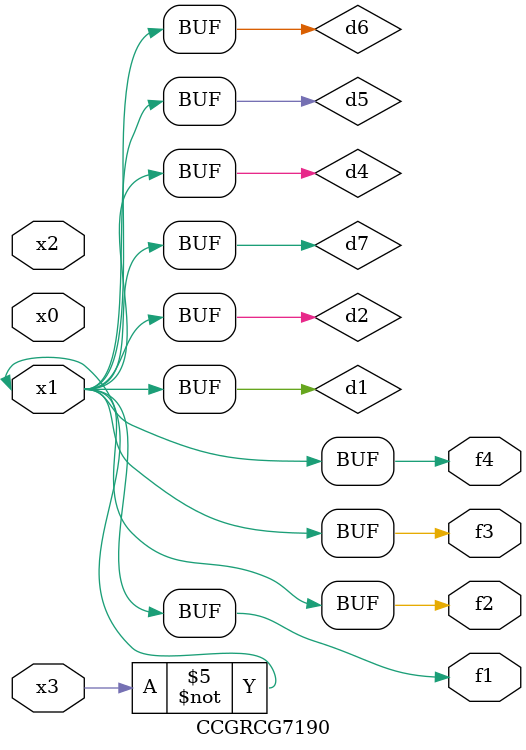
<source format=v>
module CCGRCG7190(
	input x0, x1, x2, x3,
	output f1, f2, f3, f4
);

	wire d1, d2, d3, d4, d5, d6, d7;

	not (d1, x3);
	buf (d2, x1);
	xnor (d3, d1, d2);
	nor (d4, d1);
	buf (d5, d1, d2);
	buf (d6, d4, d5);
	nand (d7, d4);
	assign f1 = d6;
	assign f2 = d7;
	assign f3 = d6;
	assign f4 = d6;
endmodule

</source>
